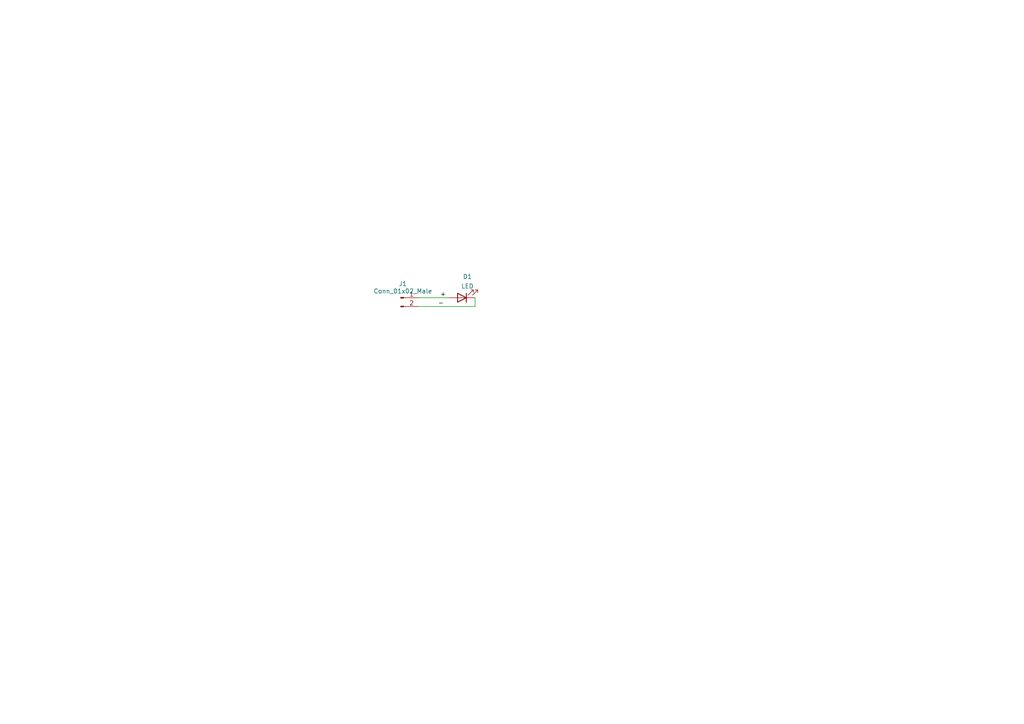
<source format=kicad_sch>
(kicad_sch (version 20211123) (generator eeschema)
  (paper "A4")
  (lib_symbols
    (symbol "Connector:Conn_01x02_Male" (pin_names (offset 1.016) hide)
      (property "Reference" "J" (at 0 2.54 0))
      (property "Value" "Conn_01x02_Male" (at 0 -5.08 0))
      (symbol "Conn_01x02_Male_1_1"
        (polyline (pts (xy 1.27 -2.54) (xy 0.8636 -2.54)) (stroke (width 0.1524)))
        (polyline (pts (xy 1.27 0) (xy 0.8636 0)) (stroke (width 0.1524)))
        (rectangle (start 0.8636 -2.413) (end 0 -2.667) (stroke (width 0.1524)) (fill (type outline)))
        (rectangle (start 0.8636 0.127) (end 0 -0.127) (stroke (width 0.1524)) (fill (type outline)))
        (pin passive line (at 5.08 0 180) (length 3.81) (name "Pin_1") (number "1"))
        (pin passive line (at 5.08 -2.54 180) (length 3.81) (name "Pin_2") (number "2"))
      )
    )
    (symbol "Device:LED" (pin_numbers hide) (pin_names (offset 1.016) hide)
      (property "Reference" "D" (at 0 2.54 0))
      (property "Value" "LED" (at 0 -2.54 0))
      (symbol "LED_0_1"
        (polyline (pts (xy -1.27 -1.27) (xy -1.27 1.27)) (stroke (width 0.254)))
        (polyline (pts (xy -1.27 0) (xy 1.27 0)))
        (polyline (pts (xy 1.27 -1.27) (xy 1.27 1.27) (xy -1.27 0) (xy 1.27 -1.27)) (stroke (width 0.254)))
        (polyline (pts (xy -3.048 -0.762) (xy -4.572 -2.286) (xy -3.81 -2.286) (xy -4.572 -2.286) (xy -4.572 -1.524)))
        (polyline (pts (xy -1.778 -0.762) (xy -3.302 -2.286) (xy -2.54 -2.286) (xy -3.302 -2.286) (xy -3.302 -1.524)))
      )
      (symbol "LED_1_1"
        (pin passive line (at -3.81 0 0) (length 2.54) (name "K") (number "1"))
        (pin passive line (at 3.81 0 180) (length 2.54) (name "A") (number "2"))
      )
    )
  )
  (wire (pts (xy 137.795 86.36) (xy 137.795 88.9)))
  (wire (pts (xy 137.795 88.9) (xy 121.285 88.9)))
  (wire (pts (xy 121.285 86.36) (xy 130.175 86.36)))
  (label "+" (at 127.635 86.36 0))
  (label "-" (at 127 88.9 0))
  (symbol (lib_id "Device:LED") (at 133.985 86.36 180) (unit 1)
    (property "Reference" "D1" (at 135.5725 80.2345 0))
    (property "Value" "LED" (at 135.5725 83.0096 0))
    (property "Footprint" "LED_SMD:LED_Cree-XQ" (effects hide))
  )
  (symbol (lib_id "Connector:Conn_01x02_Male") (at 116.205 86.36 0) (unit 1)
    (property "Reference" "J1" (at 116.84 82.3173 0))
    (property "Value" "Conn_01x02_Male" (at 116.84 84.455 0))
    (property "Footprint" "Connector_PinHeader_2.54mm:PinHeader_2x01_P2.54mm_Horizontal" (effects hide))
  )
)
</source>
